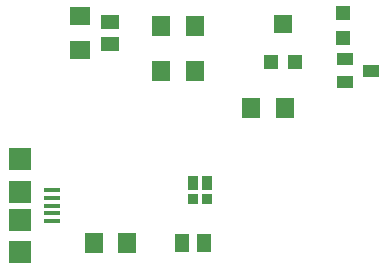
<source format=gtp>
G04 EAGLE Gerber RS-274X export*
G75*
%MOMM*%
%FSLAX34Y34*%
%LPD*%
%INSolderpaste Top*%
%IPPOS*%
%AMOC8*
5,1,8,0,0,1.08239X$1,22.5*%
G01*
%ADD10R,0.850000X0.950000*%
%ADD11R,0.850000X1.150000*%
%ADD12R,0.970000X1.150000*%
%ADD13R,0.970000X0.950000*%
%ADD14R,1.300000X1.500000*%
%ADD15R,1.600000X1.800000*%
%ADD16R,1.200000X1.200000*%
%ADD17R,1.600000X1.500000*%
%ADD18R,1.400000X1.000000*%
%ADD19R,1.500000X1.300000*%
%ADD20R,1.346200X0.381000*%
%ADD21R,1.900000X1.900000*%
%ADD22R,1.600000X1.803000*%
%ADD23R,1.803000X1.600000*%


D10*
X165150Y259450D03*
D11*
X165150Y272950D03*
D12*
X177150Y272950D03*
D13*
X177150Y259450D03*
D14*
X155600Y222250D03*
X174600Y222250D03*
D15*
X214600Y336550D03*
X242600Y336550D03*
D16*
X231300Y375700D03*
X251300Y375700D03*
D17*
X241300Y408200D03*
D16*
X292100Y395900D03*
X292100Y416900D03*
D18*
X315800Y368300D03*
X293800Y358800D03*
X293800Y377800D03*
D19*
X95250Y409550D03*
X95250Y390550D03*
D20*
X45800Y267000D03*
X45800Y260500D03*
X45800Y254000D03*
X45800Y247500D03*
X45800Y241000D03*
D21*
X19050Y293500D03*
X19050Y266000D03*
X19050Y242000D03*
X19050Y214500D03*
D22*
X138180Y368300D03*
X166620Y368300D03*
X166620Y406400D03*
X138180Y406400D03*
D23*
X69850Y385830D03*
X69850Y414270D03*
D22*
X109470Y222250D03*
X81030Y222250D03*
M02*

</source>
